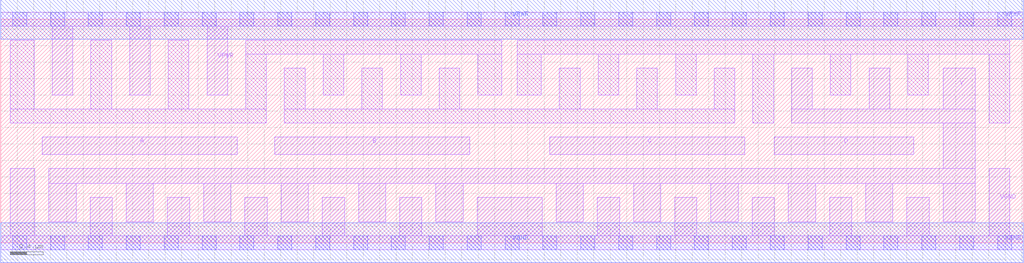
<source format=lef>
# Copyright 2020 The SkyWater PDK Authors
#
# Licensed under the Apache License, Version 2.0 (the "License");
# you may not use this file except in compliance with the License.
# You may obtain a copy of the License at
#
#     https://www.apache.org/licenses/LICENSE-2.0
#
# Unless required by applicable law or agreed to in writing, software
# distributed under the License is distributed on an "AS IS" BASIS,
# WITHOUT WARRANTIES OR CONDITIONS OF ANY KIND, either express or implied.
# See the License for the specific language governing permissions and
# limitations under the License.
#
# SPDX-License-Identifier: Apache-2.0

VERSION 5.7 ;
  NAMESCASESENSITIVE ON ;
  NOWIREEXTENSIONATPIN ON ;
  DIVIDERCHAR "/" ;
  BUSBITCHARS "[]" ;
UNITS
  DATABASE MICRONS 200 ;
END UNITS
PROPERTYDEFINITIONS
  MACRO maskLayoutSubType STRING ;
  MACRO prCellType STRING ;
  MACRO originalViewName STRING ;
END PROPERTYDEFINITIONS
MACRO sky130_fd_sc_hdll__nor4_6
  CLASS CORE ;
  FOREIGN sky130_fd_sc_hdll__nor4_6 ;
  ORIGIN  0.000000  0.000000 ;
  SIZE  12.42000 BY  2.720000 ;
  SYMMETRY X Y R90 ;
  SITE unithd ;
  PIN A
    ANTENNAGATEAREA  1.665000 ;
    DIRECTION INPUT ;
    USE SIGNAL ;
    PORT
      LAYER li1 ;
        RECT 0.505000 1.075000 2.875000 1.285000 ;
    END
  END A
  PIN B
    ANTENNAGATEAREA  1.665000 ;
    DIRECTION INPUT ;
    USE SIGNAL ;
    PORT
      LAYER li1 ;
        RECT 3.325000 1.075000 5.695000 1.285000 ;
    END
  END B
  PIN C
    ANTENNAGATEAREA  1.665000 ;
    DIRECTION INPUT ;
    USE SIGNAL ;
    PORT
      LAYER li1 ;
        RECT 6.665000 1.075000 9.035000 1.285000 ;
    END
  END C
  PIN D
    ANTENNAGATEAREA  1.665000 ;
    DIRECTION INPUT ;
    USE SIGNAL ;
    PORT
      LAYER li1 ;
        RECT 9.395000 1.075000 11.085000 1.285000 ;
    END
  END D
  PIN Y
    ANTENNADIFFAREA  2.976000 ;
    DIRECTION OUTPUT ;
    USE SIGNAL ;
    PORT
      LAYER li1 ;
        RECT  0.585000 0.255000  0.915000 0.725000 ;
        RECT  0.585000 0.725000 11.835000 0.905000 ;
        RECT  1.525000 0.255000  1.855000 0.725000 ;
        RECT  2.465000 0.255000  2.795000 0.725000 ;
        RECT  3.405000 0.255000  3.735000 0.725000 ;
        RECT  4.345000 0.255000  4.675000 0.725000 ;
        RECT  5.285000 0.255000  5.615000 0.725000 ;
        RECT  6.745000 0.255000  7.075000 0.725000 ;
        RECT  7.685000 0.255000  8.015000 0.725000 ;
        RECT  8.625000 0.255000  8.955000 0.725000 ;
        RECT  9.565000 0.255000  9.895000 0.725000 ;
        RECT  9.605000 1.455000 11.835000 1.625000 ;
        RECT  9.605000 1.625000  9.855000 2.125000 ;
        RECT 10.505000 0.255000 10.835000 0.725000 ;
        RECT 10.545000 1.625000 10.795000 2.125000 ;
        RECT 11.445000 0.255000 11.835000 0.725000 ;
        RECT 11.445000 0.905000 11.835000 1.455000 ;
        RECT 11.445000 1.625000 11.835000 2.125000 ;
    END
  END Y
  PIN VGND
    DIRECTION INOUT ;
    USE GROUND ;
    PORT
      LAYER li1 ;
        RECT  0.000000 -0.085000 12.420000 0.085000 ;
        RECT  0.115000  0.085000  0.415000 0.905000 ;
        RECT  1.085000  0.085000  1.355000 0.555000 ;
        RECT  2.025000  0.085000  2.295000 0.555000 ;
        RECT  2.965000  0.085000  3.235000 0.555000 ;
        RECT  3.905000  0.085000  4.175000 0.555000 ;
        RECT  4.845000  0.085000  5.115000 0.555000 ;
        RECT  5.785000  0.085000  6.575000 0.555000 ;
        RECT  7.245000  0.085000  7.515000 0.555000 ;
        RECT  8.185000  0.085000  8.455000 0.555000 ;
        RECT  9.125000  0.085000  9.395000 0.555000 ;
        RECT 10.065000  0.085000 10.335000 0.555000 ;
        RECT 11.005000  0.085000 11.275000 0.555000 ;
        RECT 12.005000  0.085000 12.255000 0.905000 ;
      LAYER mcon ;
        RECT  0.145000 -0.085000  0.315000 0.085000 ;
        RECT  0.605000 -0.085000  0.775000 0.085000 ;
        RECT  1.065000 -0.085000  1.235000 0.085000 ;
        RECT  1.525000 -0.085000  1.695000 0.085000 ;
        RECT  1.985000 -0.085000  2.155000 0.085000 ;
        RECT  2.445000 -0.085000  2.615000 0.085000 ;
        RECT  2.905000 -0.085000  3.075000 0.085000 ;
        RECT  3.365000 -0.085000  3.535000 0.085000 ;
        RECT  3.825000 -0.085000  3.995000 0.085000 ;
        RECT  4.285000 -0.085000  4.455000 0.085000 ;
        RECT  4.745000 -0.085000  4.915000 0.085000 ;
        RECT  5.205000 -0.085000  5.375000 0.085000 ;
        RECT  5.665000 -0.085000  5.835000 0.085000 ;
        RECT  6.125000 -0.085000  6.295000 0.085000 ;
        RECT  6.585000 -0.085000  6.755000 0.085000 ;
        RECT  7.045000 -0.085000  7.215000 0.085000 ;
        RECT  7.505000 -0.085000  7.675000 0.085000 ;
        RECT  7.965000 -0.085000  8.135000 0.085000 ;
        RECT  8.425000 -0.085000  8.595000 0.085000 ;
        RECT  8.885000 -0.085000  9.055000 0.085000 ;
        RECT  9.345000 -0.085000  9.515000 0.085000 ;
        RECT  9.805000 -0.085000  9.975000 0.085000 ;
        RECT 10.265000 -0.085000 10.435000 0.085000 ;
        RECT 10.725000 -0.085000 10.895000 0.085000 ;
        RECT 11.185000 -0.085000 11.355000 0.085000 ;
        RECT 11.645000 -0.085000 11.815000 0.085000 ;
        RECT 12.105000 -0.085000 12.275000 0.085000 ;
      LAYER met1 ;
        RECT 0.000000 -0.240000 12.420000 0.240000 ;
    END
  END VGND
  PIN VPWR
    DIRECTION INOUT ;
    USE POWER ;
    PORT
      LAYER li1 ;
        RECT 0.000000 2.635000 12.420000 2.805000 ;
        RECT 0.625000 1.795000  0.875000 2.635000 ;
        RECT 1.565000 1.795000  1.815000 2.635000 ;
        RECT 2.505000 1.795000  2.755000 2.635000 ;
      LAYER mcon ;
        RECT  0.145000 2.635000  0.315000 2.805000 ;
        RECT  0.605000 2.635000  0.775000 2.805000 ;
        RECT  1.065000 2.635000  1.235000 2.805000 ;
        RECT  1.525000 2.635000  1.695000 2.805000 ;
        RECT  1.985000 2.635000  2.155000 2.805000 ;
        RECT  2.445000 2.635000  2.615000 2.805000 ;
        RECT  2.905000 2.635000  3.075000 2.805000 ;
        RECT  3.365000 2.635000  3.535000 2.805000 ;
        RECT  3.825000 2.635000  3.995000 2.805000 ;
        RECT  4.285000 2.635000  4.455000 2.805000 ;
        RECT  4.745000 2.635000  4.915000 2.805000 ;
        RECT  5.205000 2.635000  5.375000 2.805000 ;
        RECT  5.665000 2.635000  5.835000 2.805000 ;
        RECT  6.125000 2.635000  6.295000 2.805000 ;
        RECT  6.585000 2.635000  6.755000 2.805000 ;
        RECT  7.045000 2.635000  7.215000 2.805000 ;
        RECT  7.505000 2.635000  7.675000 2.805000 ;
        RECT  7.965000 2.635000  8.135000 2.805000 ;
        RECT  8.425000 2.635000  8.595000 2.805000 ;
        RECT  8.885000 2.635000  9.055000 2.805000 ;
        RECT  9.345000 2.635000  9.515000 2.805000 ;
        RECT  9.805000 2.635000  9.975000 2.805000 ;
        RECT 10.265000 2.635000 10.435000 2.805000 ;
        RECT 10.725000 2.635000 10.895000 2.805000 ;
        RECT 11.185000 2.635000 11.355000 2.805000 ;
        RECT 11.645000 2.635000 11.815000 2.805000 ;
        RECT 12.105000 2.635000 12.275000 2.805000 ;
      LAYER met1 ;
        RECT 0.000000 2.480000 12.420000 2.960000 ;
    END
  END VPWR
  OBS
    LAYER li1 ;
      RECT  0.115000 1.455000  3.225000 1.625000 ;
      RECT  0.115000 1.625000  0.405000 2.465000 ;
      RECT  1.095000 1.625000  1.345000 2.465000 ;
      RECT  2.035000 1.625000  2.285000 2.465000 ;
      RECT  2.975000 1.625000  3.225000 2.295000 ;
      RECT  2.975000 2.295000  6.085000 2.465000 ;
      RECT  3.445000 1.455000  8.915000 1.625000 ;
      RECT  3.445000 1.625000  3.695000 2.125000 ;
      RECT  3.915000 1.795000  4.165000 2.295000 ;
      RECT  4.385000 1.625000  4.635000 2.125000 ;
      RECT  4.855000 1.795000  5.105000 2.295000 ;
      RECT  5.325000 1.625000  5.575000 2.125000 ;
      RECT  5.795000 1.795000  6.085000 2.295000 ;
      RECT  6.275000 1.795000  6.565000 2.295000 ;
      RECT  6.275000 2.295000 12.255000 2.465000 ;
      RECT  6.785000 1.625000  7.035000 2.125000 ;
      RECT  7.255000 1.795000  7.505000 2.295000 ;
      RECT  7.725000 1.625000  7.975000 2.125000 ;
      RECT  8.195000 1.795000  8.445000 2.295000 ;
      RECT  8.665000 1.625000  8.915000 2.125000 ;
      RECT  9.135000 1.455000  9.385000 2.295000 ;
      RECT 10.075000 1.795000 10.325000 2.295000 ;
      RECT 11.015000 1.795000 11.265000 2.295000 ;
      RECT 12.005000 1.455000 12.255000 2.295000 ;
  END
  PROPERTY maskLayoutSubType "abstract" ;
  PROPERTY prCellType "standard" ;
  PROPERTY originalViewName "layout" ;
END sky130_fd_sc_hdll__nor4_6

</source>
